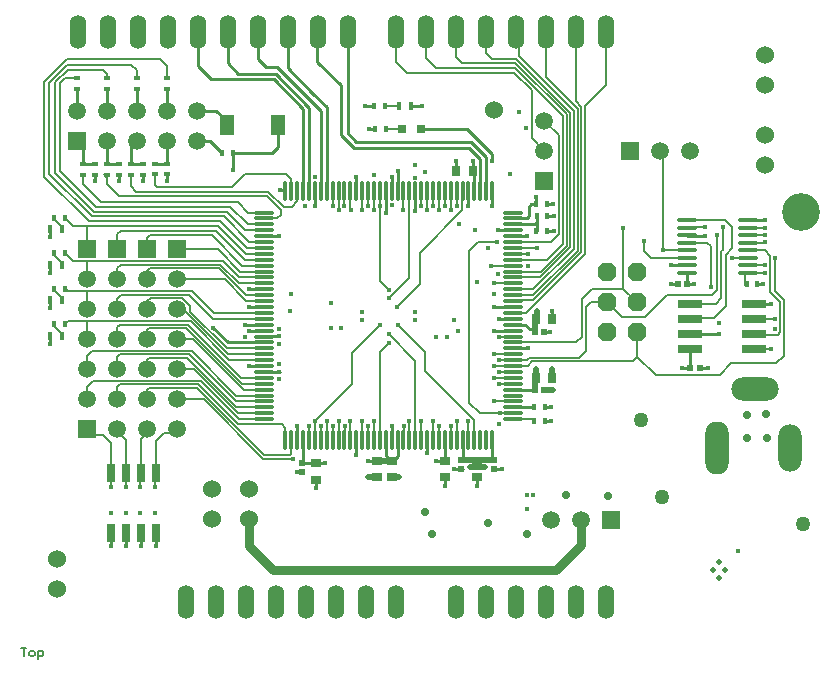
<source format=gtl>
%FSTAX25Y25*%
%MOIN*%
G70*
G01*
G75*
G04 Layer_Physical_Order=1*
G04 Layer_Color=255*
%ADD10O,0.07087X0.01181*%
%ADD11O,0.01181X0.07087*%
%ADD12O,0.07284X0.01378*%
%ADD13R,0.08071X0.02756*%
%ADD14R,0.01772X0.02165*%
%ADD15R,0.03150X0.03150*%
%ADD16R,0.01575X0.02559*%
%ADD17R,0.02992X0.06299*%
%ADD18R,0.04528X0.06693*%
%ADD19R,0.02165X0.01772*%
%ADD20R,0.02756X0.03543*%
%ADD21R,0.03543X0.02756*%
%ADD22R,0.02047X0.02047*%
%ADD23R,0.02047X0.02047*%
%ADD24C,0.01000*%
%ADD25C,0.00700*%
%ADD26C,0.03000*%
%ADD27C,0.00591*%
%ADD28C,0.00669*%
%ADD29C,0.00500*%
%ADD30C,0.02000*%
%ADD31C,0.06000*%
%ADD32O,0.15748X0.07874*%
%ADD33O,0.07874X0.15748*%
%ADD34O,0.07874X0.17716*%
%ADD35R,0.05906X0.05906*%
%ADD36C,0.05906*%
%ADD37R,0.05906X0.05906*%
%ADD38P,0.06711X8X112.5*%
%ADD39O,0.05600X0.11200*%
%ADD40C,0.12600*%
%ADD41C,0.01969*%
%ADD42C,0.01600*%
%ADD43C,0.02800*%
%ADD44C,0.01595*%
%ADD45C,0.05000*%
D10*
X0181124Y017101D02*
D03*
Y0172979D02*
D03*
Y0174947D02*
D03*
Y0176916D02*
D03*
Y0178884D02*
D03*
Y0180853D02*
D03*
Y0182821D02*
D03*
Y018479D02*
D03*
Y0186758D02*
D03*
Y0188727D02*
D03*
Y0190695D02*
D03*
Y0192664D02*
D03*
Y0194632D02*
D03*
Y0196601D02*
D03*
Y0198569D02*
D03*
Y0200538D02*
D03*
Y0202506D02*
D03*
Y0204475D02*
D03*
Y0206443D02*
D03*
Y0208412D02*
D03*
Y021038D02*
D03*
Y0212349D02*
D03*
Y0214317D02*
D03*
Y0216286D02*
D03*
Y0218254D02*
D03*
Y0220223D02*
D03*
Y0222191D02*
D03*
Y022416D02*
D03*
Y0226128D02*
D03*
Y0228097D02*
D03*
Y0230065D02*
D03*
Y0232034D02*
D03*
Y0234002D02*
D03*
Y0235971D02*
D03*
Y0237939D02*
D03*
Y0239908D02*
D03*
X0264194D02*
D03*
Y0237939D02*
D03*
Y0235971D02*
D03*
Y0234002D02*
D03*
Y0232034D02*
D03*
Y0230065D02*
D03*
Y0228097D02*
D03*
Y0226128D02*
D03*
Y022416D02*
D03*
Y0222191D02*
D03*
Y0220223D02*
D03*
Y0218254D02*
D03*
Y0216286D02*
D03*
Y0214317D02*
D03*
Y0212349D02*
D03*
Y021038D02*
D03*
Y0208412D02*
D03*
Y0206443D02*
D03*
Y0204475D02*
D03*
Y0202506D02*
D03*
Y0200538D02*
D03*
Y0198569D02*
D03*
Y0196601D02*
D03*
Y0194632D02*
D03*
Y0192664D02*
D03*
Y0190695D02*
D03*
Y0188727D02*
D03*
Y0186758D02*
D03*
Y018479D02*
D03*
Y0182821D02*
D03*
Y0180853D02*
D03*
Y0178884D02*
D03*
Y0176916D02*
D03*
Y0174947D02*
D03*
Y0172979D02*
D03*
Y017101D02*
D03*
D11*
X018821Y0246994D02*
D03*
X0190179D02*
D03*
X0192147D02*
D03*
X0194116D02*
D03*
X0196084D02*
D03*
X0198053D02*
D03*
X0200021D02*
D03*
X020199D02*
D03*
X0203958D02*
D03*
X0205927D02*
D03*
X0207895D02*
D03*
X0209864D02*
D03*
X0211832D02*
D03*
X0213801D02*
D03*
X0215769D02*
D03*
X0217738D02*
D03*
X0219706D02*
D03*
X0221675D02*
D03*
X0223643D02*
D03*
X0225612D02*
D03*
X022758D02*
D03*
X0229549D02*
D03*
X0231517D02*
D03*
X0233486D02*
D03*
X0235454D02*
D03*
X0237423D02*
D03*
X0239391D02*
D03*
X024136D02*
D03*
X0243328D02*
D03*
X0245297D02*
D03*
X0247265D02*
D03*
X0249234D02*
D03*
X0251202D02*
D03*
X0253171D02*
D03*
X0255139D02*
D03*
X0257108D02*
D03*
Y0163924D02*
D03*
X0255139D02*
D03*
X0253171D02*
D03*
X0251202D02*
D03*
X0249234D02*
D03*
X0247265D02*
D03*
X0245297D02*
D03*
X0243328D02*
D03*
X024136D02*
D03*
X0239391D02*
D03*
X0237423D02*
D03*
X0235454D02*
D03*
X0233486D02*
D03*
X0231517D02*
D03*
X0229549D02*
D03*
X022758D02*
D03*
X0225612D02*
D03*
X0223643D02*
D03*
X0221675D02*
D03*
X0219706D02*
D03*
X0217738D02*
D03*
X0215769D02*
D03*
X0213801D02*
D03*
X0211832D02*
D03*
X0209864D02*
D03*
X0207895D02*
D03*
X0205927D02*
D03*
X0203958D02*
D03*
X020199D02*
D03*
X0200021D02*
D03*
X0198053D02*
D03*
X0196084D02*
D03*
X0194116D02*
D03*
X0192147D02*
D03*
X0190179D02*
D03*
X018821D02*
D03*
D12*
X0321949Y0237392D02*
D03*
Y0234892D02*
D03*
Y0232392D02*
D03*
Y0229892D02*
D03*
Y0227392D02*
D03*
Y0224892D02*
D03*
Y0222392D02*
D03*
Y0219892D02*
D03*
X0342421Y0237392D02*
D03*
Y0234892D02*
D03*
Y0232392D02*
D03*
Y0229892D02*
D03*
Y0227392D02*
D03*
Y0224892D02*
D03*
Y0222392D02*
D03*
Y0219892D02*
D03*
D13*
X0323241Y0209506D02*
D03*
Y0204505D02*
D03*
Y0199505D02*
D03*
Y0194506D02*
D03*
X0344304Y0209506D02*
D03*
Y0204505D02*
D03*
Y0199505D02*
D03*
Y0194506D02*
D03*
D14*
X021811Y0267717D02*
D03*
X0221654D02*
D03*
X022126Y0275492D02*
D03*
X0217717D02*
D03*
X0342028Y0215945D02*
D03*
X0345571D02*
D03*
X0271928Y02387D02*
D03*
X0275472D02*
D03*
X0275372Y02336D02*
D03*
X0271828D02*
D03*
X0271228Y0175D02*
D03*
X0274772D02*
D03*
X0271228Y01703D02*
D03*
X0274772D02*
D03*
X02718Y02426D02*
D03*
X0275343D02*
D03*
X0167126Y0259744D02*
D03*
X0170669D02*
D03*
X0111221Y0238189D02*
D03*
X0114764D02*
D03*
X0111221Y0226378D02*
D03*
X0114764D02*
D03*
X0111221Y0214567D02*
D03*
X0114764D02*
D03*
X0111221Y0202756D02*
D03*
X0114764D02*
D03*
D15*
X0233465Y0267717D02*
D03*
X0226965D02*
D03*
D16*
X0113878Y0234252D02*
D03*
X0109744D02*
D03*
X0230217Y0275492D02*
D03*
X0226083D02*
D03*
X0113878Y0198819D02*
D03*
X0109744D02*
D03*
X0113878Y021063D02*
D03*
X0109744D02*
D03*
X0113878Y0222441D02*
D03*
X0109744D02*
D03*
D17*
X0130079Y0152913D02*
D03*
Y0132913D02*
D03*
X0135079Y0152913D02*
D03*
Y0132913D02*
D03*
X0140079Y0152913D02*
D03*
Y0132913D02*
D03*
X0145079Y0152913D02*
D03*
Y0132913D02*
D03*
D18*
X0185827Y0268996D02*
D03*
X0168701D02*
D03*
D19*
X01487Y0284772D02*
D03*
Y0281228D02*
D03*
X01387Y0284772D02*
D03*
Y0281228D02*
D03*
X01287Y0284772D02*
D03*
Y0281228D02*
D03*
X01187Y0284772D02*
D03*
Y0281228D02*
D03*
X01246Y0256072D02*
D03*
Y0252528D02*
D03*
X01326Y0256072D02*
D03*
Y0252528D02*
D03*
X01406Y0256043D02*
D03*
Y02525D02*
D03*
X01487Y0256143D02*
D03*
Y02526D02*
D03*
X01206Y0256072D02*
D03*
Y0252528D02*
D03*
X01286Y0256072D02*
D03*
Y0252528D02*
D03*
X01366Y0256043D02*
D03*
Y02525D02*
D03*
X01447Y0256143D02*
D03*
Y02526D02*
D03*
D20*
X0271644Y01849D02*
D03*
X0277156D02*
D03*
X0250656Y02539D02*
D03*
X0245144D02*
D03*
X0277156Y02043D02*
D03*
X0271644D02*
D03*
D21*
X02414Y0157156D02*
D03*
Y0151644D02*
D03*
X02187Y0157156D02*
D03*
Y0151644D02*
D03*
X02522Y0157156D02*
D03*
Y0151644D02*
D03*
X01985Y0156356D02*
D03*
Y0150844D02*
D03*
X02236Y0151644D02*
D03*
Y0157156D02*
D03*
D22*
X0274575Y02002D02*
D03*
X0271425D02*
D03*
X0274475Y01808D02*
D03*
X0271325D02*
D03*
X0323198Y0188206D02*
D03*
X0326347D02*
D03*
X0322074Y0215999D02*
D03*
X0318924D02*
D03*
D23*
X02468Y0154325D02*
D03*
Y0157475D02*
D03*
X01939Y0153325D02*
D03*
Y0156475D02*
D03*
X02579Y0154325D02*
D03*
Y0157475D02*
D03*
D24*
X0345571Y0215945D02*
X0347399D01*
X0211122Y0261319D02*
X0249431D01*
X0206693Y0265748D02*
X0211122Y0261319D01*
X0206693Y0265748D02*
Y0282283D01*
X0209Y0266394D02*
Y03D01*
Y0266394D02*
X021191Y0263484D01*
X0250197D01*
X0198917Y0290059D02*
X0206693Y0282283D01*
X0130079Y0128661D02*
Y0132913D01*
X0135079Y0128661D02*
Y0132913D01*
X0140079Y0128661D02*
Y0132913D01*
X0145079Y0128661D02*
Y0132913D01*
X0109744Y0231594D02*
Y0234252D01*
Y0219783D02*
Y0222441D01*
Y0207972D02*
Y021063D01*
Y0196161D02*
Y0198819D01*
X0168936Y0196601D02*
X0181124D01*
X0164061Y0201476D02*
X0168936Y0196601D01*
X0170669Y0254134D02*
Y0259744D01*
X0183661D01*
X0185827Y026191D01*
Y0268996D01*
X016307Y02638D02*
X0167126Y0259744D01*
X01587Y02638D02*
X016307D01*
X0168701Y0268996D02*
Y0270276D01*
X0165176Y02738D02*
X0168701Y0270276D01*
X01587Y02738D02*
X0165176D01*
X0198917Y0299917D02*
X0199Y03D01*
X0198917Y0290059D02*
Y0299917D01*
X020199Y0246994D02*
Y0274967D01*
X0197461Y0279496D02*
X020199Y0274967D01*
X0197461Y0279496D02*
Y0279539D01*
X0189Y0288D02*
X0197461Y0279539D01*
X0200021Y0246994D02*
Y0273601D01*
X0185322Y02883D02*
X0200021Y0273601D01*
X0249431Y0261319D02*
X0253171Y0257579D01*
Y0246994D02*
Y0257579D01*
X019813Y0150984D02*
X0198425Y0150689D01*
Y014813D02*
Y0150689D01*
Y014813D02*
X01985Y0148205D01*
X01819Y02883D02*
X0185322D01*
X0196084Y0246994D02*
Y027488D01*
X0184941Y0286024D02*
X0196084Y027488D01*
X0172576Y0286024D02*
X0184941D01*
X0169Y02896D02*
X0172576Y0286024D01*
X018435Y0284252D02*
X0194116Y0274487D01*
X0163548Y0284252D02*
X018435D01*
X0159Y02888D02*
X0163548Y0284252D01*
X0194116Y0246994D02*
Y0274487D01*
X0198Y0246942D02*
X0198053Y0246994D01*
X0198Y02422D02*
Y0246942D01*
X02236Y0246954D02*
Y02518D01*
Y0246954D02*
X0223602Y0246953D01*
X0221685Y0239785D02*
Y0246984D01*
X02216Y02397D02*
X0221685Y0239785D01*
X0320472Y0188206D02*
X0323198D01*
X02444Y015435D02*
X0244425Y0154325D01*
X02473D01*
X02574D02*
X0260275D01*
X02603Y01543D01*
X0274772Y01703D02*
X02769D01*
X0274772Y0175D02*
X02769D01*
X0264194Y0174947D02*
X0264247Y0175D01*
X0271228D01*
X0259Y0234D02*
X0259002Y0234002D01*
X02694Y02388D02*
Y02418D01*
X02702Y02426D02*
X02718D01*
X02694Y02418D02*
X02702Y02426D01*
X0271871Y0235971D02*
X0272Y02361D01*
X0275372Y02336D02*
X02776D01*
X0275472Y02387D02*
X02777D01*
X0271828Y02336D02*
X0272Y0233772D01*
Y02361D01*
X0271928Y02387D02*
X0272Y0238628D01*
Y02361D02*
Y0238628D01*
X0268628Y0238028D02*
X02694Y02388D01*
X0264283Y0238028D02*
X0268628D01*
X0275343Y02426D02*
X0277572D01*
X0326347Y0188206D02*
X0329072D01*
X0264163Y0208443D02*
X0264194Y0208412D01*
X0257801Y0208443D02*
X0264163D01*
X0257108Y0242101D02*
Y0246994D01*
X0181155Y0232065D02*
X0186049D01*
X0211811Y0159031D02*
Y0163945D01*
X0241297Y0247015D02*
X0241318Y0247036D01*
X0264194Y0232034D02*
X02686D01*
X0264194Y0194632D02*
X0269088D01*
X0176198Y020838D02*
X0181092D01*
X0176198Y0200506D02*
X0181092D01*
X0211832Y0246994D02*
Y0251888D01*
X0211811Y0163945D02*
X0211832Y0163924D01*
X0235465Y01596D02*
Y0163934D01*
X0159Y02888D02*
Y03D01*
X0169Y02896D02*
Y03D01*
X0179Y02912D02*
Y03D01*
X017623Y0214317D02*
X0181124D01*
X0223685Y0163965D02*
Y0168859D01*
X0221675Y0158825D02*
Y0163924D01*
X0225602Y01588D02*
Y0163913D01*
X0192147Y0163924D02*
Y0168817D01*
X0191925Y0153325D02*
X019195Y01533D01*
X0191925Y0153325D02*
X01939D01*
X019195Y01533D02*
X0192D01*
X0221675Y0158825D02*
X0223Y01575D01*
X0224302D02*
X0225602Y01588D01*
X02384Y01572D02*
X0238444Y0157156D01*
X02414D01*
Y0163883D01*
X024136Y0163924D02*
X02414Y0163883D01*
Y0148688D02*
Y0151644D01*
X0241356Y0148644D02*
X02414Y0148688D01*
X0176273Y0188727D02*
X0181124D01*
X01762Y01888D02*
X0176273Y0188727D01*
X0180033Y0186758D02*
X0181124D01*
X0186458D01*
X01865Y02474D02*
X0187805D01*
X018821Y0246994D01*
X0225622Y0247036D02*
Y025343D01*
X022557Y0247036D02*
X0225622D01*
X0231507Y0240559D02*
Y0246984D01*
X0221612Y0246974D02*
X0221633Y0246953D01*
X0257838Y0200538D02*
X0264194D01*
X02578Y02005D02*
X0257838Y0200538D01*
X02157Y0151688D02*
X0215744Y0151644D01*
X02157Y01572D02*
X0215744Y0157156D01*
X02187D01*
X0223Y01575D02*
X0224302D01*
X0194019Y0156356D02*
X01985D01*
X0201544D01*
X0181124Y0198569D02*
X0181154Y01986D01*
X01862D01*
X0247265Y0158109D02*
Y0163924D01*
X0257108Y0158483D02*
Y0163924D01*
X02522Y01489D02*
Y0151644D01*
X0256125Y01575D02*
X0257108Y0158483D01*
X0271272Y0180853D02*
X0271325Y01808D01*
X0264194Y0202506D02*
X0268094D01*
X0269587Y0201013D01*
X0270613D01*
X0271425Y02002D02*
Y02002D01*
X0270613Y0201013D02*
X02714Y0200225D01*
X0264194Y0180853D02*
X0271325D01*
X0249234Y0242101D02*
Y0246994D01*
X0251202D02*
Y0253354D01*
X0250656Y02539D02*
X0251202Y0253354D01*
X0245144Y02539D02*
Y0257156D01*
X0259325Y0204475D02*
X0264194D01*
X0277156Y02043D02*
Y0207244D01*
X0274575Y02002D02*
X02764D01*
X02577Y02126D02*
Y02127D01*
X01187Y02738D02*
Y0281228D01*
X01287Y02738D02*
Y0281228D01*
X01387Y02738D02*
Y0281228D01*
X01487Y02738D02*
Y0281228D01*
X01187Y02638D02*
X01206Y02619D01*
Y0256072D02*
Y02619D01*
X01487Y02634D02*
X01496Y02643D01*
X01487Y0256143D02*
Y02634D01*
Y02638D01*
X01389Y02636D02*
X01396Y02643D01*
X01369Y0256343D02*
Y0262D01*
X01387Y02638D01*
X01366Y0256043D02*
X01369Y0256343D01*
X01447Y0256143D02*
X01487D01*
X01366Y0256043D02*
X01406D01*
X01286Y0256072D02*
X01326D01*
X01286Y02633D02*
X01296Y02643D01*
X01206Y0256072D02*
X01246D01*
X01286D02*
Y02633D01*
X01445Y02524D02*
X01447Y02526D01*
X01487Y0250472D02*
Y02526D01*
X01406Y0250372D02*
Y02525D01*
X01326Y02504D02*
Y0252528D01*
X01246Y02504D02*
Y0252528D01*
X01279Y0252647D02*
X01284Y0252147D01*
X0174688Y0202496D02*
X0181113D01*
X0194116Y0156691D02*
Y0163924D01*
X01939Y0156475D02*
X0194116Y0156691D01*
X0250656Y02539D02*
Y0257156D01*
X0189Y0288D02*
Y03D01*
X0179Y02912D02*
X01819Y02883D01*
X02718Y02426D02*
Y0245031D01*
X0271752Y0245079D02*
X02718Y0245031D01*
X0216043Y0267717D02*
X021811D01*
X0227358Y0267618D02*
X0227854D01*
X0250197Y0263484D02*
X0255139Y0258542D01*
Y0246994D02*
Y0258542D01*
X0248819Y0267618D02*
X0257185Y0259252D01*
Y0257185D02*
Y0259252D01*
X0214764Y0275492D02*
X0217717D01*
X0230217D02*
X0233661D01*
X0233858Y0267618D02*
X0248819D01*
X0344304Y0209506D02*
X0344346Y0209547D01*
X0350197D01*
X0322074Y0215999D02*
X0324453D01*
X0324508Y0215945D01*
X0321949Y0219892D02*
X0322172Y0219668D01*
Y0215802D02*
Y0219668D01*
X0316732Y0216043D02*
X0316776Y0215999D01*
X0318924D01*
X0332675Y0199505D02*
X0332677Y0199508D01*
X0323241Y0199505D02*
X0332675D01*
X0323198Y0188206D02*
Y0194462D01*
X0323241Y0194506D01*
X0322155Y0232185D02*
X0327953D01*
X0321949Y0232392D02*
X0322155Y0232185D01*
X0342421Y0237392D02*
X0347923D01*
X0347933Y0237402D01*
X0259002Y0234002D02*
X0264194D01*
Y0235971D02*
X0271871D01*
X0316781Y0222392D02*
X0321949D01*
X0316732Y0222441D02*
X0316781Y0222392D01*
D25*
X0266085Y0291986D02*
X0284413Y0273658D01*
X0275Y0285039D02*
X0285652Y0274387D01*
X0285Y0277008D02*
X0286891Y0275116D01*
X0265118Y02912D02*
X0283173Y0273145D01*
X0264865Y02897D02*
X0281934Y0272632D01*
X0264813Y0288D02*
X0280629Y0272184D01*
X0274508Y0270492D02*
X0279389Y0265611D01*
X0285Y0277008D02*
Y03D01*
X0275Y0285039D02*
Y03D01*
X0270374Y0264626D02*
Y0280686D01*
X0264544Y0286516D02*
X0270374Y0280686D01*
X0228584Y0286516D02*
X0264544D01*
X02385Y0288D02*
X0264813D01*
X02472Y02897D02*
X0264865D01*
X0257Y02912D02*
X0265118D01*
X0266085Y0291986D02*
Y0298915D01*
X0270374Y0264626D02*
X0274508Y0260492D01*
X0264194Y021038D02*
X0264404Y021059D01*
X0225Y02901D02*
X0228584Y0286516D01*
X0264194Y0190695D02*
X0268701D01*
X0259301Y0190695D02*
X0264194D01*
X0225Y02901D02*
Y03D01*
X0235Y02915D02*
X02385Y0288D01*
X0235Y02915D02*
Y03D01*
X0245Y02919D02*
X02472Y02897D01*
X0245Y02919D02*
Y03D01*
X0255Y02932D02*
X0257Y02912D01*
X0255Y02932D02*
Y03D01*
X0265D02*
X0266085Y0298915D01*
X0264194Y022416D02*
X0264235Y02242D01*
X0264194Y0188727D02*
X0269042D01*
X0270571Y0190256D01*
X0257801Y0188758D02*
X0264226D01*
X033703Y0224803D02*
X0342333D01*
X0342421Y0224892D01*
X0344326Y0204528D02*
X0351378D01*
X0344304Y0204505D02*
X0344326Y0204528D01*
X0268701Y0190695D02*
X0269501Y0191495D01*
X0332972Y0185728D02*
X033691Y0189665D01*
X0323241Y0204505D02*
X0323633Y0204898D01*
X0314301Y0227392D02*
X0321949D01*
X0314173Y0227264D02*
X0314301Y0227392D01*
X0323241Y0209506D02*
X0331588D01*
X0257801Y0192695D02*
X0264226D01*
X0334941Y0225886D02*
X0337106Y0228051D01*
Y0235138D01*
X0321949Y0237392D02*
X0334852D01*
X0337106Y0235138D01*
X0342471Y0234842D02*
X0347933D01*
X0342421Y0234892D02*
X0342471Y0234842D01*
X0342421Y0232392D02*
X034251Y023248D01*
X0347933D01*
X0314173Y0227264D02*
X0314189Y022728D01*
Y025959D01*
X0313248Y0260531D02*
X0314189Y025959D01*
X0321998Y0234941D02*
X0327953D01*
X0321949Y0234892D02*
X0321998Y0234941D01*
X0264194Y0196601D02*
X0285184D01*
X0269501Y0191495D02*
X028618D01*
X0285184Y0196601D02*
X0287008Y0198425D01*
Y0211122D01*
X028618Y0191495D02*
X0288484Y0193799D01*
Y0208366D01*
X0290118Y021D01*
X02955D01*
X0270571Y0190256D02*
X0303937D01*
X03055Y0191819D02*
Y02D01*
Y0191819D02*
X0311591Y0185728D01*
X0332972D01*
X0303937Y0190256D02*
X03055Y0191819D01*
X0307972Y020502D02*
X0315354Y0212402D01*
X0333957Y0227559D02*
Y0234252D01*
X0331588Y0209506D02*
X0333366Y0211283D01*
Y0226969D01*
X0333957Y0227559D01*
X0342421Y0219892D02*
X0347923D01*
X0347933Y0219882D01*
X033691Y0189665D02*
X035187D01*
X0354387Y0192183D01*
X0323633Y0204898D02*
X0331079D01*
X0334941Y020876D01*
Y0225886D01*
X0315354Y0212402D02*
X0330413D01*
X0331977Y0213965D01*
Y0232579D01*
X0341437Y021565D02*
X0341545Y0215758D01*
Y0219892D01*
X0288131Y0275532D02*
X0295Y0282402D01*
Y03D01*
X0264194Y0206443D02*
X0268451D01*
X0288131Y0226123D02*
Y0275532D01*
X0268451Y0206443D02*
X0288131Y0226123D01*
X0286891Y0226712D02*
Y0275116D01*
X0264404Y021059D02*
X0270769D01*
X0285652Y0227225D02*
Y0274387D01*
X0264194Y0212349D02*
X0270776D01*
X0270769Y021059D02*
X0286891Y0226712D01*
X0270776Y0212349D02*
X0285652Y0227225D01*
X0284413Y0227818D02*
Y0273658D01*
X0264194Y0214317D02*
X0270912D01*
X0283173Y0228369D02*
Y0273145D01*
X0264194Y0218254D02*
X0273058D01*
X0281934Y0228883D02*
Y0272632D01*
X0264194Y0220223D02*
X0273274D01*
X0270912Y0214317D02*
X0284413Y0227818D01*
X0273058Y0218254D02*
X0283173Y0228369D01*
X0273274Y0220223D02*
X0281934Y0228883D01*
X0264235Y02242D02*
X027548D01*
X0280629Y0229349D01*
Y0272184D01*
X0264194Y0230065D02*
X0276621D01*
X0279389Y0232834D01*
Y0265611D01*
X0287008Y0211122D02*
X0290453Y0214567D01*
X0300689D01*
Y0234842D01*
Y0214567D02*
X0305256Y021D01*
X03055D01*
X02955D02*
X030048Y020502D01*
X0307972D01*
X0354387Y0192183D02*
Y0210672D01*
X0351378Y0213681D02*
X0354387Y0210672D01*
X0351378Y0213681D02*
Y0224705D01*
D26*
X0175984Y012874D02*
X0183924Y01208D01*
X02784D01*
X0175984Y012874D02*
Y0137795D01*
X02867Y01291D02*
Y01375D01*
X02784Y01208D02*
X02867Y01291D01*
D27*
X0127559Y0165748D02*
X0130079Y0163228D01*
X0124052Y0165748D02*
X0127559D01*
X01222Y01676D02*
X0124052Y0165748D01*
X0129921Y0148425D02*
Y0152756D01*
X0150939Y0166339D02*
X01522Y01676D01*
X0147638Y0166339D02*
X0150939D01*
X0145079Y0163779D02*
X0147638Y0166339D01*
X0145079Y0152717D02*
Y0163779D01*
X0130079Y0152756D02*
Y0163228D01*
D28*
X0144882Y0152717D02*
X0145079Y0152913D01*
X0144882Y0148425D02*
Y0152717D01*
X01222Y0235433D02*
X0165748D01*
X011752D02*
X01222D01*
X0114764Y0238189D02*
X011752Y0235433D01*
X0187598Y0241831D02*
X0190331D01*
X01867Y02391D02*
Y0240761D01*
X0182185Y0245276D02*
X01867Y0240761D01*
X0132624Y0245276D02*
X0182185D01*
X0143209Y0232283D02*
X0163779D01*
X01422Y0231275D02*
X0143209Y0232283D01*
X01422Y02276D02*
Y0231275D01*
X0182579Y024685D02*
X0187598Y0241831D01*
X013855Y024685D02*
X0182579D01*
X0136827Y0289173D02*
X01387Y02873D01*
X0175643Y0235971D02*
X0181124D01*
X0169882Y0241732D02*
X0175643Y0235971D01*
X0125197Y0241732D02*
X0169882D01*
X0174758Y0234002D02*
X0181124D01*
X0168602Y0240158D02*
X0174758Y0234002D01*
X0124409Y0240158D02*
X0168602D01*
X0176234Y0230065D02*
X0181124D01*
X0175446Y0228097D02*
X0181124D01*
X01131Y0253829D02*
X0125197Y0241732D01*
X01114Y0253167D02*
X0124409Y0240158D01*
X01286Y02493D02*
X0132624Y0245276D01*
X01366Y02488D02*
X013855Y024685D01*
X0170425Y0248425D02*
X01748Y02528D01*
X0145275Y0248425D02*
X0170425D01*
X01447Y0249D02*
X0145275Y0248425D01*
X0172277Y0243307D02*
X0175677Y0239908D01*
X0126593Y0243307D02*
X0172277D01*
X01206Y02493D02*
X0126593Y0243307D01*
X0165748Y0235433D02*
X0175053Y0226128D01*
X0164961Y0233858D02*
X0174659Y022416D01*
X0133358Y0233858D02*
X0164961D01*
X01322Y02327D02*
X0133358Y0233858D01*
X0163779Y0232283D02*
X0173872Y0222191D01*
X0175053Y0226128D02*
X0181124D01*
X0174659Y022416D02*
X0181124D01*
X0173872Y0222191D02*
X0181124D01*
X0173084Y0220223D02*
X0181124D01*
X0165707Y02276D02*
X0173084Y0220223D01*
X01522Y02276D02*
X0165707D01*
X0264194Y0228097D02*
X0272082D01*
X0264194Y0226128D02*
X0269159D01*
X01287Y0284772D02*
Y02862D01*
X01274Y02875D02*
X01287Y02862D01*
X01487Y0284772D02*
Y02887D01*
X01387Y0284772D02*
Y02873D01*
X01286Y02493D02*
Y0252528D01*
X0185539Y0237939D02*
X01867Y02391D01*
X0181124Y0237939D02*
X0185539D01*
X0190331Y0241831D02*
X0192147Y0243647D01*
Y0246994D01*
X0188579Y02528D02*
X0190179Y02512D01*
Y0246994D02*
Y02512D01*
X01748Y02528D02*
X0188579D01*
X01206Y02493D02*
Y0252528D01*
X0175677Y0239908D02*
X0181124D01*
X01463Y02911D02*
X01487Y02887D01*
X01366Y02488D02*
Y02525D01*
X01447Y0249D02*
Y02526D01*
X01322Y02276D02*
Y02327D01*
X0121063Y0228737D02*
X01222Y02276D01*
Y0235433D01*
X0167717Y0238583D02*
X0176234Y0230065D01*
X0166535Y0237008D02*
X0175446Y0228097D01*
X0109565Y0252639D02*
X0123622Y0238583D01*
X0167717D01*
X0107874Y025187D02*
X0122736Y0237008D01*
X0166535D01*
X01131Y0253829D02*
Y0283179D01*
X0114693Y0284772D01*
X01187D01*
X0109565Y0252639D02*
Y0283187D01*
X0115551Y0289173D01*
X0136827D01*
X01114Y0253167D02*
Y0283313D01*
X0115587Y02875D01*
X01274D01*
X0107874Y025187D02*
Y0283465D01*
X0115509Y02911D01*
X01463D01*
X022126Y0275492D02*
X0226083D01*
X0221654Y0267717D02*
X022726D01*
X0227358Y0267618D01*
X0342421Y0229892D02*
X0347581D01*
X0347933Y0230244D01*
X0307776Y0227165D02*
Y0230315D01*
Y0227165D02*
X0310049Y0224892D01*
X0321949D01*
X0342421Y0222392D02*
X0347884D01*
X0347933Y0222342D01*
D29*
X0139764Y0152598D02*
X0140079Y0152913D01*
X0139764Y0148425D02*
Y0152598D01*
X0135079Y0148425D02*
Y0152913D01*
X0135039Y0148425D02*
X0135079Y0148465D01*
X0140079Y0164488D02*
X01422Y0166609D01*
Y01676D01*
X0140079Y0152913D02*
Y0164488D01*
X0135079Y0152913D02*
Y0164134D01*
X01322Y0167013D02*
X0135079Y0164134D01*
X01322Y0167013D02*
Y01676D01*
X0117421Y0223721D02*
X0122343D01*
X0114764Y0226378D02*
X0117421Y0223721D01*
X0114764Y0214567D02*
X0115631Y02137D01*
X0111221Y0237598D02*
X0113878Y0234941D01*
X0111221Y0225787D02*
X0113878Y022313D01*
X0111221Y0213976D02*
X0113878Y0211319D01*
X0111221Y0202165D02*
Y0202756D01*
Y0202165D02*
X0113878Y0199508D01*
Y0198819D02*
Y0199508D01*
X0115608Y02036D02*
X0122047D01*
X0114764Y0202756D02*
X0115608Y02036D01*
X0143317Y0211417D02*
X0153742D01*
X0168655Y0194632D02*
X0181124D01*
X0169049Y0192664D02*
X0181124D01*
X0154113Y02076D02*
X0169049Y0192664D01*
X01522Y02076D02*
X0154113D01*
X0209941Y0240647D02*
Y0240748D01*
X0209895Y0240601D02*
X0209941Y0240647D01*
X0158957Y0182677D02*
X0172348Y0169286D01*
X0133177Y0182677D02*
X0158957D01*
X01322Y01817D02*
X0133177Y0182677D01*
X0159941Y018376D02*
X0172691Y017101D01*
X012416Y018376D02*
X0159941D01*
X01222Y01818D02*
X012416Y018376D01*
X0142798Y0181398D02*
X0158661D01*
X01422Y01808D02*
X0142798Y0181398D01*
X0172348Y0169286D02*
X0187114D01*
X0189855Y0159055D02*
X0190179Y0159379D01*
X0156988Y0193799D02*
X0171903Y0178884D01*
X0123899Y0193799D02*
X0156988D01*
X01222Y01921D02*
X0123899Y0193799D01*
X0155709Y0202559D02*
X0173478Y018479D01*
X0133159Y0202559D02*
X0155709D01*
X01322Y02016D02*
X0133159Y0202559D01*
X0155118Y0201476D02*
X0173773Y0182821D01*
X0142876Y0201476D02*
X0155118D01*
X01422Y02008D02*
X0142876Y0201476D01*
X0173478Y018479D02*
X0181124D01*
X0173773Y0182821D02*
X0181124D01*
X0156102Y02125D02*
X0164128Y0204475D01*
X0133465Y02125D02*
X0156102D01*
X01322Y0211235D02*
X0133465Y02125D01*
X01322Y02076D02*
Y0211235D01*
X0164128Y0204475D02*
X0181124D01*
X01422Y02103D02*
X0143317Y0211417D01*
X0167379Y0223721D02*
X0172846Y0218254D01*
X0122343Y0223721D02*
X0167379D01*
X017525Y021038D02*
X0181124D01*
X016803Y02176D02*
X017525Y021038D01*
X01522Y02176D02*
X016803D01*
X0175053Y0212349D02*
X0181124D01*
X0165945Y0221457D02*
X0175053Y0212349D01*
X0166535Y0222539D02*
X0172789Y0216286D01*
X0133289Y0222539D02*
X0166535D01*
X01322Y022145D02*
X0133289Y0222539D01*
X0172789Y0216286D02*
X0181124D01*
X0133066Y0192717D02*
X0156102D01*
X01322Y019185D02*
X0133066Y0192717D01*
X0156102D02*
X0171903Y0176916D01*
X0181124D01*
X0155315Y0191535D02*
X0171903Y0174947D01*
X0142835Y0191535D02*
X0155315D01*
X0171903Y0174947D02*
X0181124D01*
X0115631Y02137D02*
X01572D01*
X0164457Y0206443D01*
X01422Y01909D02*
X0142835Y0191535D01*
X0190691Y0157809D02*
X01908Y01577D01*
X0169541Y0190695D02*
X0181124D01*
X0156636Y02036D02*
X0169541Y0190695D01*
X0122047Y02036D02*
X0156636D01*
X0174318Y01808D02*
X0181071D01*
X0157518Y01976D02*
X0174318Y01808D01*
X01522Y01976D02*
X0157518D01*
X0171903Y0178884D02*
X0181124D01*
X0172691Y017101D02*
X0181124D01*
X0172297Y0172979D02*
X0181124D01*
X0157676Y01876D02*
X0172297Y0172979D01*
X01522Y01876D02*
X0157676D01*
X01522Y01776D02*
X0160983D01*
X0264194Y0222254D02*
X0264215D01*
X02567Y02222D02*
X0256709Y0222191D01*
X0264194D01*
X0252921Y0172979D02*
X0264194D01*
X02494Y01765D02*
X0252921Y0172979D01*
X02523Y02301D02*
X02588D01*
X02494Y02272D02*
X02523Y02301D01*
X02709Y0170728D02*
X0270939Y017069D01*
X0264194Y017101D02*
X0271228D01*
X0257769Y0216286D02*
X0264194D01*
X0257769Y0176916D02*
X0264194D01*
X0259301Y0182821D02*
X0264194D01*
X0257801Y0184821D02*
X0264226D01*
X0259259Y0186717D02*
X0264153D01*
X0222659Y0199459D02*
X0231565Y0190554D01*
X0219659Y0163971D02*
Y0193559D01*
X0222659Y0196559D01*
Y0211341D02*
X0229549Y0218231D01*
Y0246994D01*
X0219706Y0217194D02*
X0222659Y0214241D01*
X0219706Y0217194D02*
Y0242101D01*
X0198063Y0170359D02*
X02105Y0182796D01*
Y0193224D01*
X0219712Y0202435D01*
X0198063Y0163934D02*
Y0170359D01*
X0251202Y0163924D02*
Y0170698D01*
X02347Y01872D02*
X0251202Y0170698D01*
X02347Y01872D02*
Y0193376D01*
X0225612Y0202465D02*
X02347Y0193376D01*
X0247234Y0240601D02*
Y0247026D01*
X02332Y0226567D02*
X0247234Y0240601D01*
X02332Y0215982D02*
Y0226567D01*
X0225583Y0208365D02*
X02332Y0215982D01*
X0204021Y0242101D02*
Y0247015D01*
X0205958Y0240601D02*
Y0247026D01*
X0209895Y0240601D02*
Y0247026D01*
X0213832Y0240601D02*
Y0247026D01*
X0215832Y0242101D02*
Y0247015D01*
X0217769Y0240601D02*
Y0247026D01*
X0233423Y0242101D02*
Y0247015D01*
X023936Y0240601D02*
Y0247026D01*
X0241402Y0242059D02*
Y0246953D01*
X0243297Y0240601D02*
Y0247026D01*
X0207895Y0242101D02*
Y0246994D01*
X0219706Y0242101D02*
Y0246994D01*
X0209822Y0247036D02*
X0209864Y0246994D01*
X021179Y0247036D02*
X0211801Y0247026D01*
X0213738Y0247015D02*
X0213759Y0247036D01*
X0215728D02*
X0215738Y0247026D01*
X0217696Y0247036D02*
X0217738Y0246994D01*
X0219665Y0247036D02*
X0219675Y0247026D01*
X0229507Y0247036D02*
X0229549Y0246994D01*
X0237423Y0242101D02*
Y0246994D01*
X0237381Y0247036D02*
X0237423Y0246994D01*
X023935Y0247036D02*
X023936Y0247026D01*
X0243287Y0247036D02*
X0243297Y0247026D01*
X0245297Y0242101D02*
Y0246994D01*
X0245255Y0247036D02*
X0245297Y0246994D01*
X0247224Y0247036D02*
X0247234Y0247026D01*
X0249234Y0163924D02*
X0249244Y0163934D01*
Y0170359D01*
X0245297Y0163924D02*
X0245307Y0163934D01*
Y0170359D01*
X0243307Y0163945D02*
X0243328Y0163924D01*
X0243307Y0163945D02*
Y0168859D01*
X0239391Y0163924D02*
X0239433Y0163965D01*
Y0168859D01*
X0237423Y0163924D02*
X0237433Y0163934D01*
Y0170359D01*
X0233486Y0163924D02*
X0233496Y0163934D01*
Y0170359D01*
X0229549Y0163924D02*
X0229559Y0163934D01*
Y0170359D01*
X022758Y0163924D02*
X0227622Y0163965D01*
Y0168859D01*
X0217738Y0163924D02*
X0217748Y0163934D01*
Y0170359D01*
X0215769Y0163924D02*
X0215811Y0163965D01*
Y0168859D01*
X0213801Y0163924D02*
X0213811Y0163934D01*
Y0170359D01*
X0209864Y0163924D02*
X0209874Y0163934D01*
Y0170359D01*
X0207895Y0163924D02*
X0207937Y0163965D01*
Y0168859D01*
X0205927Y0163924D02*
X0205937Y0163934D01*
Y0170359D01*
X0203937Y0163945D02*
X0203958Y0163924D01*
X0203937Y0163945D02*
Y0168859D01*
X020199Y0163924D02*
X0202Y0163934D01*
Y0170359D01*
X0200021Y0163924D02*
X0200063Y0163965D01*
Y0168859D01*
X0219659Y0163971D02*
X0219706Y0163924D01*
X0231459Y0163982D02*
X0231517Y0163924D01*
X0231565Y0163971D02*
Y0190554D01*
X0223602Y0246953D02*
X0223612Y0246963D01*
X0233423Y0242101D02*
X0233424Y02421D01*
X02339D01*
X0235423Y0240601D02*
X023545Y0240628D01*
Y0246999D01*
X0235413Y0247036D02*
X023545Y0246999D01*
X0227539Y0247036D02*
X0227549Y0247026D01*
Y0240601D02*
Y0247026D01*
X02494Y01765D02*
Y02272D01*
X0264194Y0198569D02*
X0264225Y01986D01*
X02627Y01984D02*
X0264194D01*
X025932Y0198569D02*
X0264194D01*
X01322Y02176D02*
Y022145D01*
X0172846Y0218254D02*
X0181124D01*
X01222Y02076D02*
Y0213547D01*
X01422Y02076D02*
Y02103D01*
X01322Y01976D02*
Y02016D01*
X0180228Y0180853D02*
X0181124D01*
X01422Y01976D02*
Y02008D01*
X0181071Y01808D02*
X0181124Y0180853D01*
X01222Y01876D02*
Y01921D01*
X01322Y01876D02*
Y019185D01*
X01422Y01876D02*
Y01909D01*
X0164457Y0206443D02*
X0181124D01*
X01222Y01776D02*
Y01818D01*
X01322Y01776D02*
Y01817D01*
X01422Y01776D02*
Y01808D01*
X0187114Y0169286D02*
X018821Y016819D01*
Y0163924D02*
Y016819D01*
X0190179Y0159379D02*
Y0163924D01*
X0196Y0164008D02*
Y01688D01*
Y0164008D02*
X0196084Y0163924D01*
X0160983Y01776D02*
X0180774Y0157809D01*
X0181004Y0159055D02*
X0189855D01*
X0180774Y0157809D02*
X0190691D01*
X01222Y01976D02*
Y0203447D01*
X0122047Y02036D02*
X01222Y0203447D01*
Y02176D02*
Y0223578D01*
X0122343Y0223721D01*
X0158661Y0181398D02*
X0181004Y0159055D01*
X0156496Y0206791D02*
X0168655Y0194632D01*
X0156496Y0206791D02*
Y0208663D01*
X0153742Y0211417D02*
X0156496Y0208663D01*
X01422Y02176D02*
Y0220547D01*
X014311Y0221457D01*
X0165945D01*
X0344304Y0194506D02*
X035018D01*
X0350197Y0194488D01*
X0321949Y0229892D02*
X032877D01*
X0329921Y022874D01*
Y0215059D02*
Y022874D01*
X0344304Y0199505D02*
X0344611Y0199198D01*
X0352348D01*
X0353248Y0200098D01*
Y0210025D01*
X0349789Y0213484D02*
X0353248Y0210025D01*
X0349789Y0213484D02*
Y0225576D01*
X0342421Y0227392D02*
X0347973D01*
X0349789Y0225576D01*
X01Y0094768D02*
X0101866D01*
X0100933D01*
Y0091969D01*
X0103266D02*
X0104199D01*
X0104665Y0092435D01*
Y0093368D01*
X0104199Y0093835D01*
X0103266D01*
X0102799Y0093368D01*
Y0092435D01*
X0103266Y0091969D01*
X0105598Y0091035D02*
Y0093835D01*
X0106998D01*
X0107464Y0093368D01*
Y0092435D01*
X0106998Y0091969D01*
X0105598D01*
D30*
X02187Y0157156D02*
X02236D01*
X02236Y0151644D02*
X0226044D01*
X02261Y01517D01*
X0215744Y0151644D02*
X02187D01*
X02522Y0155156D02*
Y0157156D01*
X0251881Y0157475D02*
X02522Y0157156D01*
X02468Y0157475D02*
X0251881D01*
X02579D01*
X02522Y0155156D02*
X0254756D01*
X0249644D02*
X02522D01*
X0271644Y01849D02*
Y0187889D01*
X0271325Y0184581D02*
X0271644Y01849D01*
X0277156D02*
Y0187889D01*
X0274475Y01808D02*
X0277464D01*
X0271949Y0204232D02*
Y0207176D01*
X02714Y0200225D02*
Y0204056D01*
X0271949Y0204232D01*
X0271325Y0180853D02*
Y0184581D01*
D31*
X0257776Y0274114D02*
D03*
X0163863Y0137833D02*
D03*
X0112205Y0114409D02*
D03*
X0175984Y0147795D02*
D03*
X0112205Y0124409D02*
D03*
X0175984Y0137795D02*
D03*
X0163863Y0147833D02*
D03*
X034813Y029252D02*
D03*
Y028252D02*
D03*
Y0265787D02*
D03*
Y0255787D02*
D03*
D32*
X0344661Y0181085D02*
D03*
D33*
X0356472Y01614D02*
D03*
D34*
X0332063D02*
D03*
D35*
X01187Y02638D02*
D03*
X01222Y01676D02*
D03*
X02967Y01375D02*
D03*
X0303248Y0260531D02*
D03*
D36*
X01187Y02738D02*
D03*
X01287Y02638D02*
D03*
Y02738D02*
D03*
X01387Y02638D02*
D03*
Y02738D02*
D03*
X01487Y02638D02*
D03*
Y02738D02*
D03*
X01587Y02638D02*
D03*
Y02738D02*
D03*
X01222Y02176D02*
D03*
Y02076D02*
D03*
Y01976D02*
D03*
Y01876D02*
D03*
Y01776D02*
D03*
X01322Y01676D02*
D03*
X01422D02*
D03*
X01522D02*
D03*
X0274508Y0270492D02*
D03*
Y0260492D02*
D03*
X01322Y01776D02*
D03*
Y01876D02*
D03*
Y01976D02*
D03*
Y02076D02*
D03*
Y02176D02*
D03*
X01522Y01776D02*
D03*
Y01876D02*
D03*
Y01976D02*
D03*
Y02076D02*
D03*
Y02176D02*
D03*
X01422Y01776D02*
D03*
Y01876D02*
D03*
Y01976D02*
D03*
Y02076D02*
D03*
Y02176D02*
D03*
X02767Y01375D02*
D03*
X02867D02*
D03*
X0323248Y0260531D02*
D03*
X0313248D02*
D03*
D37*
X01222Y02276D02*
D03*
X0274508Y0250492D02*
D03*
X01322Y02276D02*
D03*
X01522D02*
D03*
X01422D02*
D03*
D38*
X02955Y022D02*
D03*
X03055D02*
D03*
X02955Y021D02*
D03*
X03055D02*
D03*
X02955Y02D02*
D03*
X03055D02*
D03*
D39*
X0209Y03D02*
D03*
X0199D02*
D03*
X0189D02*
D03*
X0179D02*
D03*
X0169D02*
D03*
X0159D02*
D03*
X0149D02*
D03*
X0139D02*
D03*
X0129D02*
D03*
X0119D02*
D03*
X0295D02*
D03*
X0285D02*
D03*
X0275D02*
D03*
X0265D02*
D03*
X0255D02*
D03*
X0245D02*
D03*
X0235D02*
D03*
X0225D02*
D03*
X0245Y011D02*
D03*
X0255D02*
D03*
X0265D02*
D03*
X0275D02*
D03*
X0285D02*
D03*
X0295D02*
D03*
X0155D02*
D03*
X0165D02*
D03*
X0175D02*
D03*
X0185D02*
D03*
X0195D02*
D03*
X0205D02*
D03*
X0215D02*
D03*
X0225D02*
D03*
D40*
X036Y024D02*
D03*
D41*
X03327Y0117944D02*
D03*
Y0123456D02*
D03*
X0330732Y01207D02*
D03*
X0334668D02*
D03*
D42*
X0347399Y0215945D02*
D03*
X0130079Y0128661D02*
D03*
X0135079D02*
D03*
X0140079D02*
D03*
X0145079D02*
D03*
X0144882Y0139764D02*
D03*
X0139764D02*
D03*
X0135039D02*
D03*
X0129921D02*
D03*
X0144882Y0148425D02*
D03*
X0139764D02*
D03*
X0135039D02*
D03*
X0129921D02*
D03*
X0109744Y0231594D02*
D03*
Y0219783D02*
D03*
Y0207972D02*
D03*
Y0196161D02*
D03*
X0164061Y0201476D02*
D03*
X0170669Y0254134D02*
D03*
X0231496Y0206791D02*
D03*
X0209941Y0240748D02*
D03*
X0217913Y0252264D02*
D03*
X0198425Y014813D02*
D03*
X01908Y01577D02*
D03*
X02593Y01695D02*
D03*
X0259Y0219325D02*
D03*
X02216Y02397D02*
D03*
X02236Y02425D02*
D03*
X0320472Y0188206D02*
D03*
X02444Y015435D02*
D03*
X02603Y01543D02*
D03*
X02598Y01731D02*
D03*
X02769Y01703D02*
D03*
Y0175D02*
D03*
X02556Y02281D02*
D03*
X02385Y01983D02*
D03*
X0242D02*
D03*
X0244525Y0203975D02*
D03*
X02688Y0141219D02*
D03*
X0270844Y01456D02*
D03*
X02687Y01456D02*
D03*
X03392Y01271D02*
D03*
X02777Y02387D02*
D03*
X0272Y02361D02*
D03*
X02686Y0232D02*
D03*
X0277572Y02426D02*
D03*
X0332684Y0203058D02*
D03*
X0329072Y0188206D02*
D03*
X0269159Y0226128D02*
D03*
X0272082Y0228097D02*
D03*
X0269088Y0194632D02*
D03*
X0252Y02168D02*
D03*
X0257108Y0242101D02*
D03*
X0186049Y0232065D02*
D03*
X0257769Y0216286D02*
D03*
Y0176916D02*
D03*
X0259301Y0182821D02*
D03*
X0257801Y0188758D02*
D03*
Y0184821D02*
D03*
Y0208443D02*
D03*
X0259301Y0186821D02*
D03*
Y0190695D02*
D03*
X0257801Y0192695D02*
D03*
X0198063Y0170359D02*
D03*
X0211811Y0159031D02*
D03*
X0204021Y0242101D02*
D03*
X0205958Y0240601D02*
D03*
X0207895Y0242101D02*
D03*
X0219706D02*
D03*
X0217769Y0240601D02*
D03*
X0213832D02*
D03*
X0215832Y0242101D02*
D03*
X0235423Y0240601D02*
D03*
X0237423Y0242101D02*
D03*
X023936Y0240601D02*
D03*
X0243297D02*
D03*
X0241297Y0242101D02*
D03*
X0245297D02*
D03*
X0203318Y0209618D02*
D03*
Y0201418D02*
D03*
X0206818D02*
D03*
X0211832Y0251888D02*
D03*
X0174688Y0202496D02*
D03*
X0259Y0234D02*
D03*
X0233496Y0170359D02*
D03*
X0237433D02*
D03*
X0239433Y0168859D02*
D03*
X0249244Y0170359D02*
D03*
X0245307D02*
D03*
X0243307Y0168859D02*
D03*
X0215811D02*
D03*
X0213811Y0170359D02*
D03*
X0217748D02*
D03*
X0209874D02*
D03*
X0207937Y0168859D02*
D03*
X0231459Y0204059D02*
D03*
X0222659Y0196559D02*
D03*
Y0199459D02*
D03*
X0222635Y0211288D02*
D03*
X0222659Y0214241D02*
D03*
X0213859Y0206759D02*
D03*
X0225612Y0202465D02*
D03*
X0219712Y0202435D02*
D03*
X0225583Y0208365D02*
D03*
X0200063Y0168859D02*
D03*
X0202Y0170359D02*
D03*
X0205937D02*
D03*
X0203937Y0168859D02*
D03*
X0213859Y0204059D02*
D03*
X0229559Y0170359D02*
D03*
X0227622Y0168859D02*
D03*
X0223685D02*
D03*
X0192147Y0168817D02*
D03*
X0192Y01533D02*
D03*
X02384Y01572D02*
D03*
X0241356Y0148644D02*
D03*
X01862Y01893D02*
D03*
Y0196219D02*
D03*
X0225622Y0253625D02*
D03*
X01865Y02474D02*
D03*
X01948Y02421D02*
D03*
X02314Y02558D02*
D03*
X0233424Y02421D02*
D03*
X0198Y02517D02*
D03*
X0231525Y0251465D02*
D03*
X0227549Y0240601D02*
D03*
X0234675Y0253475D02*
D03*
X02588Y02301D02*
D03*
X02578Y02005D02*
D03*
X0245719Y02005D02*
D03*
X02691Y02222D02*
D03*
X02157Y0151688D02*
D03*
Y01572D02*
D03*
X0201544Y0156356D02*
D03*
X02261Y01517D02*
D03*
X019Y02127D02*
D03*
X01897Y0207125D02*
D03*
X01862Y0184419D02*
D03*
Y0186758D02*
D03*
Y02011D02*
D03*
Y01986D02*
D03*
X0254756Y0155156D02*
D03*
X0249644D02*
D03*
X0235465Y01596D02*
D03*
X02522Y01489D02*
D03*
X0271644Y0187889D02*
D03*
X0277156D02*
D03*
X0277464Y01808D02*
D03*
X025932Y0198569D02*
D03*
X0271949Y0207176D02*
D03*
X0249234Y0242101D02*
D03*
X0245144Y0257156D02*
D03*
X0259325Y0204475D02*
D03*
X0277156Y0207244D02*
D03*
X02764Y02002D02*
D03*
X02577Y02127D02*
D03*
X0246225Y0236175D02*
D03*
X01406Y0250372D02*
D03*
X01326Y02504D02*
D03*
X01246D02*
D03*
X01487Y0250472D02*
D03*
X01747Y01985D02*
D03*
X0196Y01688D02*
D03*
X0250656Y0257156D02*
D03*
X025145Y02341D02*
D03*
X0271752Y0245079D02*
D03*
X026309Y0252854D02*
D03*
X0257185Y0257185D02*
D03*
X0216043Y0267717D02*
D03*
X0268504Y026811D02*
D03*
X0265945Y0273425D02*
D03*
X0214764Y0275492D02*
D03*
X0233661D02*
D03*
X0350197Y0209547D02*
D03*
Y0194488D02*
D03*
X0324508Y0215945D02*
D03*
X0316732Y0216043D02*
D03*
X0332677Y0199508D02*
D03*
X0351476Y0201181D02*
D03*
X0351378Y0204528D02*
D03*
X033703Y0224803D02*
D03*
X0327953Y0232185D02*
D03*
X0347933Y0234842D02*
D03*
Y023248D02*
D03*
Y0229921D02*
D03*
X0314173Y0227264D02*
D03*
X0347933Y0237402D02*
D03*
X0333957Y0234941D02*
D03*
X02776Y02336D02*
D03*
X0307776Y0230315D02*
D03*
X0332Y0232382D02*
D03*
X0327953Y0234941D02*
D03*
X0300689Y0234842D02*
D03*
X0347933Y0222342D02*
D03*
X0329921Y0215059D02*
D03*
X0347933Y0219882D02*
D03*
X0316732Y0222441D02*
D03*
X0351378Y0224705D02*
D03*
D43*
X0348721Y0164764D02*
D03*
X0342224Y0164665D02*
D03*
X0348425Y0172638D02*
D03*
X0342224Y0172539D02*
D03*
X02688Y01327D02*
D03*
X02819Y01456D02*
D03*
X02556Y01364D02*
D03*
X0295625Y01454D02*
D03*
X02372Y01326D02*
D03*
X02348Y01402D02*
D03*
D44*
X0231507Y0240559D02*
D03*
X02236Y02518D02*
D03*
X02567Y02222D02*
D03*
X017623Y0214317D02*
D03*
X0176198Y020838D02*
D03*
X01762Y01888D02*
D03*
X0198Y02422D02*
D03*
X0176198Y0200506D02*
D03*
D45*
X0306815Y0170855D02*
D03*
X0360701Y0136199D02*
D03*
X03138Y01451D02*
D03*
M02*

</source>
